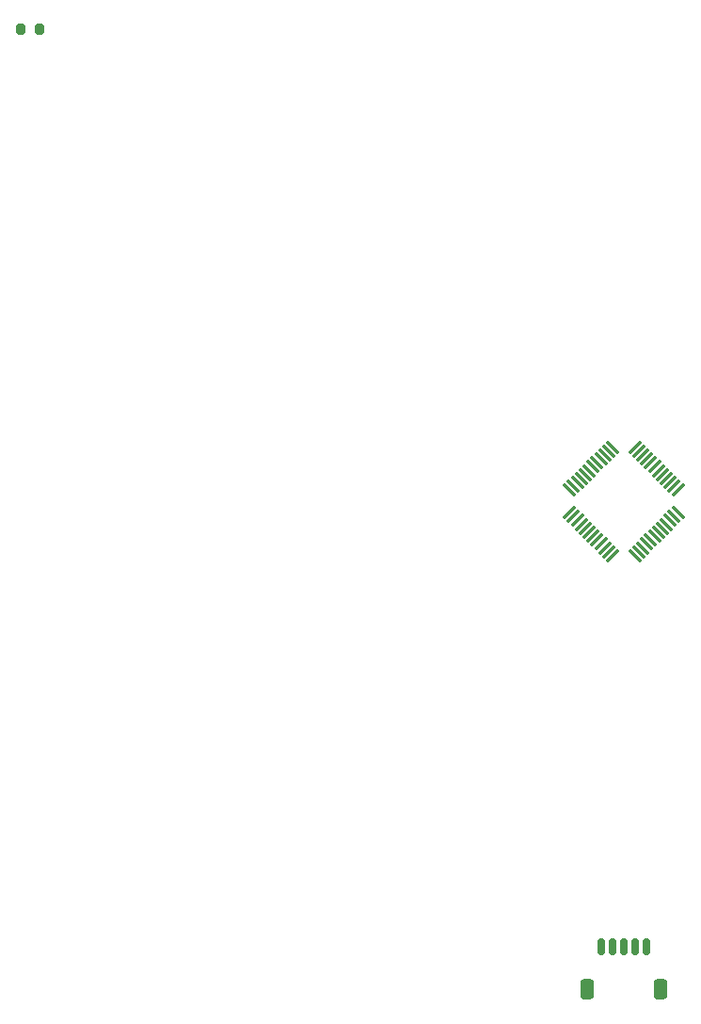
<source format=gbp>
G04 #@! TF.GenerationSoftware,KiCad,Pcbnew,7.0.9*
G04 #@! TF.CreationDate,2024-02-22T22:00:58+08:00*
G04 #@! TF.ProjectId,layer3,6c617965-7233-42e6-9b69-6361645f7063,0.1*
G04 #@! TF.SameCoordinates,Original*
G04 #@! TF.FileFunction,Paste,Bot*
G04 #@! TF.FilePolarity,Positive*
%FSLAX46Y46*%
G04 Gerber Fmt 4.6, Leading zero omitted, Abs format (unit mm)*
G04 Created by KiCad (PCBNEW 7.0.9) date 2024-02-22 22:00:58*
%MOMM*%
%LPD*%
G01*
G04 APERTURE LIST*
G04 Aperture macros list*
%AMRoundRect*
0 Rectangle with rounded corners*
0 $1 Rounding radius*
0 $2 $3 $4 $5 $6 $7 $8 $9 X,Y pos of 4 corners*
0 Add a 4 corners polygon primitive as box body*
4,1,4,$2,$3,$4,$5,$6,$7,$8,$9,$2,$3,0*
0 Add four circle primitives for the rounded corners*
1,1,$1+$1,$2,$3*
1,1,$1+$1,$4,$5*
1,1,$1+$1,$6,$7*
1,1,$1+$1,$8,$9*
0 Add four rect primitives between the rounded corners*
20,1,$1+$1,$2,$3,$4,$5,0*
20,1,$1+$1,$4,$5,$6,$7,0*
20,1,$1+$1,$6,$7,$8,$9,0*
20,1,$1+$1,$8,$9,$2,$3,0*%
G04 Aperture macros list end*
%ADD10RoundRect,0.200000X0.200000X0.275000X-0.200000X0.275000X-0.200000X-0.275000X0.200000X-0.275000X0*%
%ADD11RoundRect,0.150000X0.150000X0.625000X-0.150000X0.625000X-0.150000X-0.625000X0.150000X-0.625000X0*%
%ADD12RoundRect,0.250000X0.350000X0.650000X-0.350000X0.650000X-0.350000X-0.650000X0.350000X-0.650000X0*%
%ADD13RoundRect,0.075000X-0.521491X0.415425X0.415425X-0.521491X0.521491X-0.415425X-0.415425X0.521491X0*%
%ADD14RoundRect,0.075000X-0.521491X-0.415425X-0.415425X-0.521491X0.521491X0.415425X0.415425X0.521491X0*%
G04 APERTURE END LIST*
D10*
X52425000Y-62600000D03*
X50775000Y-62600000D03*
D11*
X107000000Y-145000000D03*
X106000000Y-145000000D03*
X105000000Y-145000000D03*
X104000000Y-145000000D03*
X103000000Y-145000000D03*
D12*
X108300000Y-148875000D03*
X101700000Y-148875000D03*
D13*
X100112124Y-104001212D03*
X100465678Y-103647658D03*
X100819231Y-103294105D03*
X101172785Y-102940551D03*
X101526338Y-102586998D03*
X101879891Y-102233445D03*
X102233445Y-101879891D03*
X102586998Y-101526338D03*
X102940551Y-101172785D03*
X103294105Y-100819231D03*
X103647658Y-100465678D03*
X104001212Y-100112124D03*
D14*
X105998788Y-100112124D03*
X106352342Y-100465678D03*
X106705895Y-100819231D03*
X107059449Y-101172785D03*
X107413002Y-101526338D03*
X107766555Y-101879891D03*
X108120109Y-102233445D03*
X108473662Y-102586998D03*
X108827215Y-102940551D03*
X109180769Y-103294105D03*
X109534322Y-103647658D03*
X109887876Y-104001212D03*
D13*
X109887876Y-105998788D03*
X109534322Y-106352342D03*
X109180769Y-106705895D03*
X108827215Y-107059449D03*
X108473662Y-107413002D03*
X108120109Y-107766555D03*
X107766555Y-108120109D03*
X107413002Y-108473662D03*
X107059449Y-108827215D03*
X106705895Y-109180769D03*
X106352342Y-109534322D03*
X105998788Y-109887876D03*
D14*
X104001212Y-109887876D03*
X103647658Y-109534322D03*
X103294105Y-109180769D03*
X102940551Y-108827215D03*
X102586998Y-108473662D03*
X102233445Y-108120109D03*
X101879891Y-107766555D03*
X101526338Y-107413002D03*
X101172785Y-107059449D03*
X100819231Y-106705895D03*
X100465678Y-106352342D03*
X100112124Y-105998788D03*
M02*

</source>
